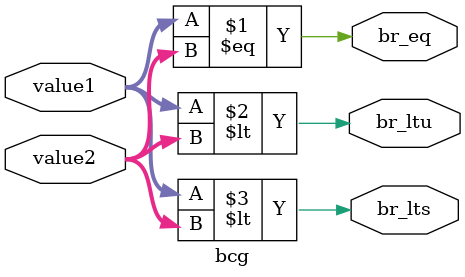
<source format=sv>
module bcg (
    input  logic [31:0] value1, value2,   // 32-bit input operands
    output logic br_eq, br_ltu, br_lts   // Comparison results
);

    assign br_eq  = (value1 == value2);  // Equality comparison
    assign br_ltu = (value1 < value2);   // Unsigned less-than
    assign br_lts = ($signed(value1) < $signed(value2));  // Signed less-than

endmodule
</source>
